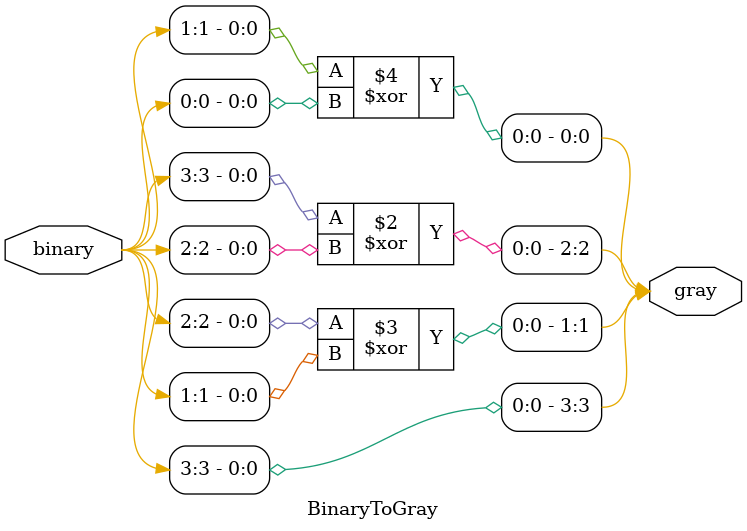
<source format=v>
module BinaryToGray(
    input [3:0] binary, // 4-bit binary input
    output reg [3:0] gray // 4-bit Gray code output
);

    always @(*) begin
        gray[3] = binary[3];
        gray[2] = binary[3] ^ binary[2];
        gray[1] = binary[2] ^ binary[1];
        gray[0] = binary[1] ^ binary[0];
    end

endmodule

</source>
